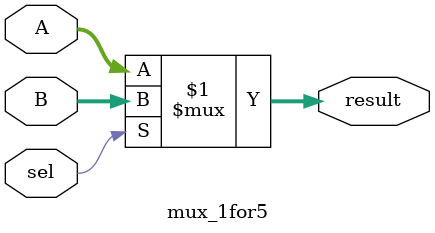
<source format=v>
`timescale 1ns / 1ps
module mux_1for32 (
    input [31:0] A,
    input [31:0] B,
    input sel,
    output [31:0] result
    );
    assign result = (sel) ? B : A;
endmodule

module mux_1for5 (
    input [4:0] A,
    input [4:0] B,
    input sel,
    output [4:0] result
    );
    assign result = (sel) ? B : A;
endmodule
</source>
